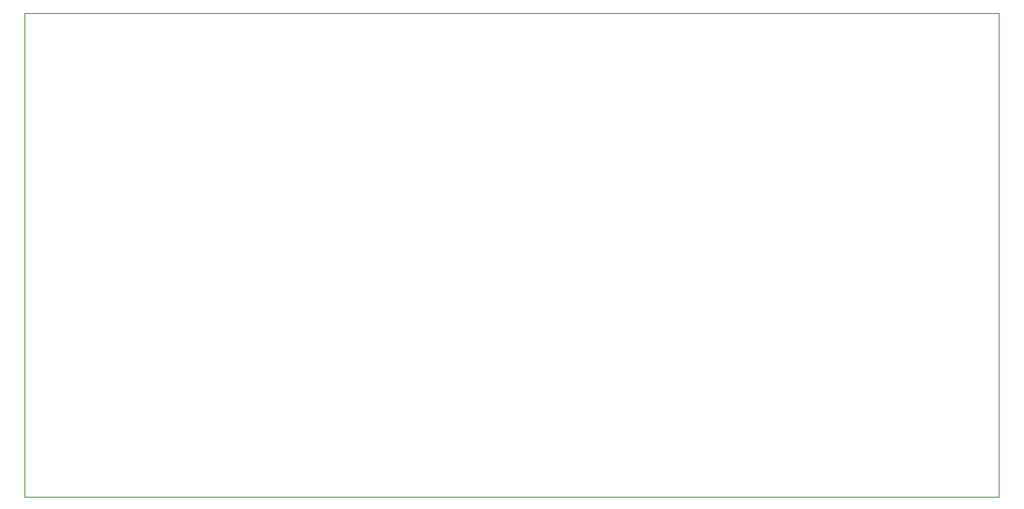
<source format=gbr>
G04 #@! TF.FileFunction,Profile,NP*
%FSLAX46Y46*%
G04 Gerber Fmt 4.6, Leading zero omitted, Abs format (unit mm)*
G04 Created by KiCad (PCBNEW 201611221049+7374~55~ubuntu16.04.1-product) date Sun Nov 27 19:54:39 2016*
%MOMM*%
%LPD*%
G01*
G04 APERTURE LIST*
%ADD10C,0.100000*%
G04 APERTURE END LIST*
D10*
X35814000Y-152146000D02*
X35814000Y-101854000D01*
X136906000Y-152146000D02*
X35814000Y-152146000D01*
X136906000Y-101854000D02*
X136906000Y-152146000D01*
X35814000Y-101854000D02*
X136906000Y-101854000D01*
M02*

</source>
